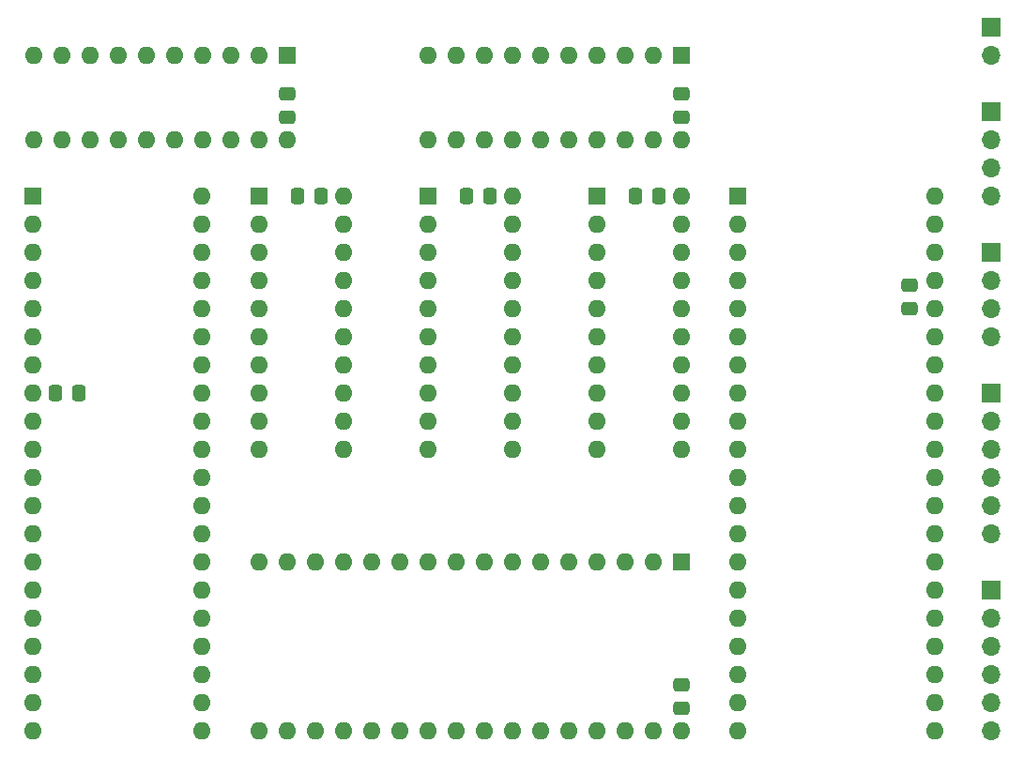
<source format=gbs>
G04 #@! TF.GenerationSoftware,KiCad,Pcbnew,6.0.5-a6ca702e91~116~ubuntu20.04.1*
G04 #@! TF.CreationDate,2022-05-31T07:59:30+02:00*
G04 #@! TF.ProjectId,PZ1_Pico,505a315f-5069-4636-9f2e-6b696361645f,rev?*
G04 #@! TF.SameCoordinates,Original*
G04 #@! TF.FileFunction,Soldermask,Bot*
G04 #@! TF.FilePolarity,Negative*
%FSLAX46Y46*%
G04 Gerber Fmt 4.6, Leading zero omitted, Abs format (unit mm)*
G04 Created by KiCad (PCBNEW 6.0.5-a6ca702e91~116~ubuntu20.04.1) date 2022-05-31 07:59:30*
%MOMM*%
%LPD*%
G01*
G04 APERTURE LIST*
G04 Aperture macros list*
%AMRoundRect*
0 Rectangle with rounded corners*
0 $1 Rounding radius*
0 $2 $3 $4 $5 $6 $7 $8 $9 X,Y pos of 4 corners*
0 Add a 4 corners polygon primitive as box body*
4,1,4,$2,$3,$4,$5,$6,$7,$8,$9,$2,$3,0*
0 Add four circle primitives for the rounded corners*
1,1,$1+$1,$2,$3*
1,1,$1+$1,$4,$5*
1,1,$1+$1,$6,$7*
1,1,$1+$1,$8,$9*
0 Add four rect primitives between the rounded corners*
20,1,$1+$1,$2,$3,$4,$5,0*
20,1,$1+$1,$4,$5,$6,$7,0*
20,1,$1+$1,$6,$7,$8,$9,0*
20,1,$1+$1,$8,$9,$2,$3,0*%
G04 Aperture macros list end*
%ADD10R,1.600000X1.600000*%
%ADD11O,1.600000X1.600000*%
%ADD12R,1.700000X1.700000*%
%ADD13O,1.700000X1.700000*%
%ADD14RoundRect,0.250000X0.337500X0.475000X-0.337500X0.475000X-0.337500X-0.475000X0.337500X-0.475000X0*%
%ADD15RoundRect,0.250000X0.475000X-0.337500X0.475000X0.337500X-0.475000X0.337500X-0.475000X-0.337500X0*%
%ADD16RoundRect,0.250000X-0.475000X0.337500X-0.475000X-0.337500X0.475000X-0.337500X0.475000X0.337500X0*%
%ADD17RoundRect,0.250000X-0.337500X-0.475000X0.337500X-0.475000X0.337500X0.475000X-0.337500X0.475000X0*%
G04 APERTURE END LIST*
D10*
X147320000Y-93980000D03*
D11*
X144780000Y-93980000D03*
X142240000Y-93980000D03*
X139700000Y-93980000D03*
X137160000Y-93980000D03*
X134620000Y-93980000D03*
X132080000Y-93980000D03*
X129540000Y-93980000D03*
X127000000Y-93980000D03*
X124460000Y-93980000D03*
X124460000Y-101600000D03*
X127000000Y-101600000D03*
X129540000Y-101600000D03*
X132080000Y-101600000D03*
X134620000Y-101600000D03*
X137160000Y-101600000D03*
X139700000Y-101600000D03*
X142240000Y-101600000D03*
X144780000Y-101600000D03*
X147320000Y-101600000D03*
D10*
X175260000Y-106685000D03*
D11*
X175260000Y-109225000D03*
X175260000Y-111765000D03*
X175260000Y-114305000D03*
X175260000Y-116845000D03*
X175260000Y-119385000D03*
X175260000Y-121925000D03*
X175260000Y-124465000D03*
X175260000Y-127005000D03*
X175260000Y-129545000D03*
X182880000Y-129545000D03*
X182880000Y-127005000D03*
X182880000Y-124465000D03*
X182880000Y-121925000D03*
X182880000Y-119385000D03*
X182880000Y-116845000D03*
X182880000Y-114305000D03*
X182880000Y-111765000D03*
X182880000Y-109225000D03*
X182880000Y-106685000D03*
D10*
X182880000Y-139720000D03*
D11*
X180340000Y-139720000D03*
X177800000Y-139720000D03*
X175260000Y-139720000D03*
X172720000Y-139720000D03*
X170180000Y-139720000D03*
X167640000Y-139720000D03*
X165100000Y-139720000D03*
X162560000Y-139720000D03*
X160020000Y-139720000D03*
X157480000Y-139720000D03*
X154940000Y-139720000D03*
X152400000Y-139720000D03*
X149860000Y-139720000D03*
X147320000Y-139720000D03*
X144780000Y-139720000D03*
X144780000Y-154960000D03*
X147320000Y-154960000D03*
X149860000Y-154960000D03*
X152400000Y-154960000D03*
X154940000Y-154960000D03*
X157480000Y-154960000D03*
X160020000Y-154960000D03*
X162560000Y-154960000D03*
X165100000Y-154960000D03*
X167640000Y-154960000D03*
X170180000Y-154960000D03*
X172720000Y-154960000D03*
X175260000Y-154960000D03*
X177800000Y-154960000D03*
X180340000Y-154960000D03*
X182880000Y-154960000D03*
D10*
X160020000Y-106685000D03*
D11*
X160020000Y-109225000D03*
X160020000Y-111765000D03*
X160020000Y-114305000D03*
X160020000Y-116845000D03*
X160020000Y-119385000D03*
X160020000Y-121925000D03*
X160020000Y-124465000D03*
X160020000Y-127005000D03*
X160020000Y-129545000D03*
X167640000Y-129545000D03*
X167640000Y-127005000D03*
X167640000Y-124465000D03*
X167640000Y-121925000D03*
X167640000Y-119385000D03*
X167640000Y-116845000D03*
X167640000Y-114305000D03*
X167640000Y-111765000D03*
X167640000Y-109225000D03*
X167640000Y-106685000D03*
D12*
X210820000Y-111760000D03*
D13*
X210820000Y-114300000D03*
X210820000Y-116840000D03*
X210820000Y-119380000D03*
D10*
X124455000Y-106680000D03*
D11*
X124455000Y-109220000D03*
X124455000Y-111760000D03*
X124455000Y-114300000D03*
X124455000Y-116840000D03*
X124455000Y-119380000D03*
X124455000Y-121920000D03*
X124455000Y-124460000D03*
X124455000Y-127000000D03*
X124455000Y-129540000D03*
X124455000Y-132080000D03*
X124455000Y-134620000D03*
X124455000Y-137160000D03*
X124455000Y-139700000D03*
X124455000Y-142240000D03*
X124455000Y-144780000D03*
X124455000Y-147320000D03*
X124455000Y-149860000D03*
X124455000Y-152400000D03*
X124455000Y-154940000D03*
X139695000Y-154940000D03*
X139695000Y-152400000D03*
X139695000Y-149860000D03*
X139695000Y-147320000D03*
X139695000Y-144780000D03*
X139695000Y-142240000D03*
X139695000Y-139700000D03*
X139695000Y-137160000D03*
X139695000Y-134620000D03*
X139695000Y-132080000D03*
X139695000Y-129540000D03*
X139695000Y-127000000D03*
X139695000Y-124460000D03*
X139695000Y-121920000D03*
X139695000Y-119380000D03*
X139695000Y-116840000D03*
X139695000Y-114300000D03*
X139695000Y-111760000D03*
X139695000Y-109220000D03*
X139695000Y-106680000D03*
D12*
X210820000Y-142240000D03*
D13*
X210820000Y-144780000D03*
X210820000Y-147320000D03*
X210820000Y-149860000D03*
X210820000Y-152400000D03*
X210820000Y-154940000D03*
D12*
X210820000Y-99060000D03*
D13*
X210820000Y-101600000D03*
X210820000Y-104140000D03*
X210820000Y-106680000D03*
D12*
X210820000Y-91440000D03*
D13*
X210820000Y-93980000D03*
D10*
X187960000Y-106680000D03*
D11*
X187960000Y-109220000D03*
X187960000Y-111760000D03*
X187960000Y-114300000D03*
X187960000Y-116840000D03*
X187960000Y-119380000D03*
X187960000Y-121920000D03*
X187960000Y-124460000D03*
X187960000Y-127000000D03*
X187960000Y-129540000D03*
X187960000Y-132080000D03*
X187960000Y-134620000D03*
X187960000Y-137160000D03*
X187960000Y-139700000D03*
X187960000Y-142240000D03*
X187960000Y-144780000D03*
X187960000Y-147320000D03*
X187960000Y-149860000D03*
X187960000Y-152400000D03*
X187960000Y-154940000D03*
X205740000Y-154940000D03*
X205740000Y-152400000D03*
X205740000Y-149860000D03*
X205740000Y-147320000D03*
X205740000Y-144780000D03*
X205740000Y-142240000D03*
X205740000Y-139700000D03*
X205740000Y-137160000D03*
X205740000Y-134620000D03*
X205740000Y-132080000D03*
X205740000Y-129540000D03*
X205740000Y-127000000D03*
X205740000Y-124460000D03*
X205740000Y-121920000D03*
X205740000Y-119380000D03*
X205740000Y-116840000D03*
X205740000Y-114300000D03*
X205740000Y-111760000D03*
X205740000Y-109220000D03*
X205740000Y-106680000D03*
D12*
X210820000Y-124460000D03*
D13*
X210820000Y-127000000D03*
X210820000Y-129540000D03*
X210820000Y-132080000D03*
X210820000Y-134620000D03*
X210820000Y-137160000D03*
D10*
X182880000Y-93980000D03*
D11*
X180340000Y-93980000D03*
X177800000Y-93980000D03*
X175260000Y-93980000D03*
X172720000Y-93980000D03*
X170180000Y-93980000D03*
X167640000Y-93980000D03*
X165100000Y-93980000D03*
X162560000Y-93980000D03*
X160020000Y-93980000D03*
X160020000Y-101600000D03*
X162560000Y-101600000D03*
X165100000Y-101600000D03*
X167640000Y-101600000D03*
X170180000Y-101600000D03*
X172720000Y-101600000D03*
X175260000Y-101600000D03*
X177800000Y-101600000D03*
X180340000Y-101600000D03*
X182880000Y-101600000D03*
D10*
X144780000Y-106685000D03*
D11*
X144780000Y-109225000D03*
X144780000Y-111765000D03*
X144780000Y-114305000D03*
X144780000Y-116845000D03*
X144780000Y-119385000D03*
X144780000Y-121925000D03*
X144780000Y-124465000D03*
X144780000Y-127005000D03*
X144780000Y-129545000D03*
X152400000Y-129545000D03*
X152400000Y-127005000D03*
X152400000Y-124465000D03*
X152400000Y-121925000D03*
X152400000Y-119385000D03*
X152400000Y-116845000D03*
X152400000Y-114305000D03*
X152400000Y-111765000D03*
X152400000Y-109225000D03*
X152400000Y-106685000D03*
D14*
X180848000Y-106685000D03*
X178773000Y-106685000D03*
X165608000Y-106685000D03*
X163533000Y-106685000D03*
X150368000Y-106685000D03*
X148293000Y-106685000D03*
D15*
X147320000Y-99568000D03*
X147320000Y-97493000D03*
D16*
X203454000Y-114765000D03*
X203454000Y-116840000D03*
D17*
X126487000Y-124460000D03*
X128562000Y-124460000D03*
D15*
X182880000Y-152908000D03*
X182880000Y-150833000D03*
X182880000Y-99568000D03*
X182880000Y-97493000D03*
M02*

</source>
